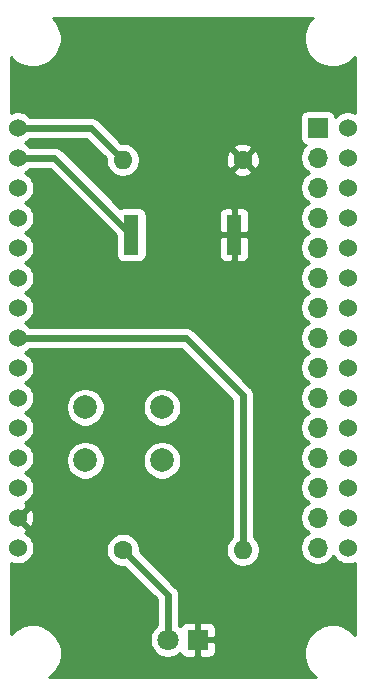
<source format=gbr>
%TF.GenerationSoftware,KiCad,Pcbnew,5.1.9*%
%TF.CreationDate,2021-03-28T18:49:31-04:00*%
%TF.ProjectId,easybutton,65617379-6275-4747-946f-6e2e6b696361,rev?*%
%TF.SameCoordinates,Original*%
%TF.FileFunction,Copper,L1,Top*%
%TF.FilePolarity,Positive*%
%FSLAX46Y46*%
G04 Gerber Fmt 4.6, Leading zero omitted, Abs format (unit mm)*
G04 Created by KiCad (PCBNEW 5.1.9) date 2021-03-28 18:49:31*
%MOMM*%
%LPD*%
G01*
G04 APERTURE LIST*
%TA.AperFunction,ComponentPad*%
%ADD10C,1.524000*%
%TD*%
%TA.AperFunction,ComponentPad*%
%ADD11O,1.700000X1.700000*%
%TD*%
%TA.AperFunction,ComponentPad*%
%ADD12R,1.700000X1.700000*%
%TD*%
%TA.AperFunction,ComponentPad*%
%ADD13R,1.800000X1.800000*%
%TD*%
%TA.AperFunction,ComponentPad*%
%ADD14C,1.800000*%
%TD*%
%TA.AperFunction,ComponentPad*%
%ADD15C,1.600000*%
%TD*%
%TA.AperFunction,ComponentPad*%
%ADD16O,1.600000X1.600000*%
%TD*%
%TA.AperFunction,ComponentPad*%
%ADD17C,2.000000*%
%TD*%
%TA.AperFunction,SMDPad,CuDef*%
%ADD18R,1.300000X3.400000*%
%TD*%
%TA.AperFunction,Conductor*%
%ADD19C,0.600000*%
%TD*%
%TA.AperFunction,Conductor*%
%ADD20C,0.254000*%
%TD*%
%TA.AperFunction,Conductor*%
%ADD21C,0.100000*%
%TD*%
G04 APERTURE END LIST*
D10*
%TO.P,U1,1*%
%TO.N,Net-(U1-Pad1)*%
X154940000Y-78581250D03*
%TO.P,U1,2*%
%TO.N,Net-(U1-Pad2)*%
X154940000Y-81121250D03*
%TO.P,U1,3*%
%TO.N,Net-(U1-Pad3)*%
X154940000Y-83661250D03*
%TO.P,U1,4*%
%TO.N,Net-(U1-Pad4)*%
X154940000Y-86201250D03*
%TO.P,U1,5*%
%TO.N,Net-(U1-Pad5)*%
X154940000Y-88741250D03*
%TO.P,U1,6*%
%TO.N,Net-(U1-Pad6)*%
X154940000Y-91281250D03*
%TO.P,U1,7*%
%TO.N,Net-(U1-Pad7)*%
X154940000Y-93821250D03*
%TO.P,U1,8*%
%TO.N,Net-(U1-Pad8)*%
X154940000Y-96361250D03*
%TO.P,U1,9*%
%TO.N,Net-(U1-Pad9)*%
X154940000Y-98901250D03*
%TO.P,U1,10*%
%TO.N,Net-(U1-Pad10)*%
X154940000Y-101441250D03*
%TO.P,U1,11*%
%TO.N,Net-(U1-Pad11)*%
X154940000Y-103981250D03*
%TO.P,U1,12*%
%TO.N,Net-(U1-Pad12)*%
X154940000Y-106521250D03*
%TO.P,U1,13*%
%TO.N,Net-(U1-Pad13)*%
X154940000Y-109061250D03*
%TO.P,U1,14*%
%TO.N,Net-(U1-Pad14)*%
X154940000Y-111601250D03*
%TO.P,U1,15*%
%TO.N,Net-(U1-Pad15)*%
X154940000Y-114141250D03*
%TO.P,U1,16*%
%TO.N,VCC*%
X127000000Y-114141250D03*
%TO.P,U1,17*%
%TO.N,GND*%
X127000000Y-111601250D03*
%TO.P,U1,18*%
%TO.N,Net-(U1-Pad18)*%
X127000000Y-109061250D03*
%TO.P,U1,19*%
%TO.N,Net-(U1-Pad19)*%
X127000000Y-106521250D03*
%TO.P,U1,20*%
%TO.N,Net-(U1-Pad20)*%
X127000000Y-103981250D03*
%TO.P,U1,21*%
%TO.N,Net-(U1-Pad21)*%
X127000000Y-101441250D03*
%TO.P,U1,22*%
%TO.N,Net-(U1-Pad22)*%
X127000000Y-98901250D03*
%TO.P,U1,23*%
%TO.N,LED*%
X127000000Y-96361250D03*
%TO.P,U1,24*%
%TO.N,Net-(U1-Pad24)*%
X127000000Y-93821250D03*
%TO.P,U1,25*%
%TO.N,Net-(U1-Pad25)*%
X127000000Y-91281250D03*
%TO.P,U1,26*%
%TO.N,Net-(U1-Pad26)*%
X127000000Y-88741250D03*
%TO.P,U1,27*%
%TO.N,Net-(U1-Pad27)*%
X127000000Y-86201250D03*
%TO.P,U1,28*%
%TO.N,Net-(U1-Pad28)*%
X127000000Y-83661250D03*
%TO.P,U1,29*%
%TO.N,Buzzer*%
X127000000Y-81121250D03*
%TO.P,U1,30*%
%TO.N,Button*%
X127000000Y-78581250D03*
%TD*%
D11*
%TO.P,REF\u002A\u002A,15*%
%TO.N,N/C*%
X152400000Y-114122200D03*
%TO.P,REF\u002A\u002A,14*%
X152400000Y-111582200D03*
%TO.P,REF\u002A\u002A,13*%
X152400000Y-109042200D03*
%TO.P,REF\u002A\u002A,12*%
X152400000Y-106502200D03*
%TO.P,REF\u002A\u002A,11*%
X152400000Y-103962200D03*
%TO.P,REF\u002A\u002A,10*%
X152400000Y-101422200D03*
%TO.P,REF\u002A\u002A,9*%
X152400000Y-98882200D03*
%TO.P,REF\u002A\u002A,8*%
X152400000Y-96342200D03*
%TO.P,REF\u002A\u002A,7*%
X152400000Y-93802200D03*
%TO.P,REF\u002A\u002A,6*%
X152400000Y-91262200D03*
%TO.P,REF\u002A\u002A,5*%
X152400000Y-88722200D03*
%TO.P,REF\u002A\u002A,4*%
X152400000Y-86182200D03*
%TO.P,REF\u002A\u002A,3*%
X152400000Y-83642200D03*
%TO.P,REF\u002A\u002A,2*%
X152400000Y-81102200D03*
D12*
%TO.P,REF\u002A\u002A,1*%
X152400000Y-78562200D03*
%TD*%
D13*
%TO.P,D1,1*%
%TO.N,GND*%
X142240000Y-121920000D03*
D14*
%TO.P,D1,2*%
%TO.N,Net-(D1-Pad2)*%
X139700000Y-121920000D03*
%TD*%
D15*
%TO.P,R1,1*%
%TO.N,GND*%
X146050000Y-81280000D03*
D16*
%TO.P,R1,2*%
%TO.N,Button*%
X135890000Y-81280000D03*
%TD*%
D17*
%TO.P,SW1,2*%
%TO.N,VCC*%
X132715000Y-106735000D03*
%TO.P,SW1,1*%
%TO.N,Button*%
X132715000Y-102235000D03*
%TO.P,SW1,2*%
%TO.N,VCC*%
X139215000Y-106735000D03*
%TO.P,SW1,1*%
%TO.N,Button*%
X139215000Y-102235000D03*
%TD*%
D18*
%TO.P,BZ1,1*%
%TO.N,Buzzer*%
X136620000Y-87630000D03*
%TO.P,BZ1,2*%
%TO.N,GND*%
X145320000Y-87630000D03*
%TD*%
D15*
%TO.P,R2,1*%
%TO.N,Net-(D1-Pad2)*%
X135890000Y-114300000D03*
D16*
%TO.P,R2,2*%
%TO.N,LED*%
X146050000Y-114300000D03*
%TD*%
D19*
%TO.N,Buzzer*%
X130111250Y-81121250D02*
X136620000Y-87630000D01*
X127000000Y-81121250D02*
X130111250Y-81121250D01*
%TO.N,LED*%
X146050000Y-114300000D02*
X146050000Y-101193600D01*
X141217650Y-96361250D02*
X127000000Y-96361250D01*
X146050000Y-101193600D02*
X141217650Y-96361250D01*
%TO.N,Button*%
X133191250Y-78581250D02*
X135890000Y-81280000D01*
X127000000Y-78581250D02*
X133191250Y-78581250D01*
%TO.N,Net-(D1-Pad2)*%
X139700000Y-118110000D02*
X135890000Y-114300000D01*
X139700000Y-121920000D02*
X139700000Y-118110000D01*
%TD*%
D20*
%TO.N,GND*%
X151769940Y-69433661D02*
X151502238Y-69834307D01*
X151317841Y-70279480D01*
X151223836Y-70752074D01*
X151223836Y-71233926D01*
X151317841Y-71706520D01*
X151502238Y-72151693D01*
X151769940Y-72552339D01*
X152110661Y-72893060D01*
X152511307Y-73160762D01*
X152956480Y-73345159D01*
X153429074Y-73439164D01*
X153910926Y-73439164D01*
X154383520Y-73345159D01*
X154828693Y-73160762D01*
X155229339Y-72893060D01*
X155550000Y-72572399D01*
X155550000Y-77321819D01*
X155347490Y-77237936D01*
X155077592Y-77184250D01*
X154802408Y-77184250D01*
X154532510Y-77237936D01*
X154278273Y-77343245D01*
X154049465Y-77496130D01*
X153883170Y-77662425D01*
X153875812Y-77587718D01*
X153839502Y-77468020D01*
X153780537Y-77357706D01*
X153701185Y-77261015D01*
X153604494Y-77181663D01*
X153494180Y-77122698D01*
X153374482Y-77086388D01*
X153250000Y-77074128D01*
X151550000Y-77074128D01*
X151425518Y-77086388D01*
X151305820Y-77122698D01*
X151195506Y-77181663D01*
X151098815Y-77261015D01*
X151019463Y-77357706D01*
X150960498Y-77468020D01*
X150924188Y-77587718D01*
X150911928Y-77712200D01*
X150911928Y-79412200D01*
X150924188Y-79536682D01*
X150960498Y-79656380D01*
X151019463Y-79766694D01*
X151098815Y-79863385D01*
X151195506Y-79942737D01*
X151305820Y-80001702D01*
X151378380Y-80023713D01*
X151246525Y-80155568D01*
X151084010Y-80398789D01*
X150972068Y-80669042D01*
X150915000Y-80955940D01*
X150915000Y-81248460D01*
X150972068Y-81535358D01*
X151084010Y-81805611D01*
X151246525Y-82048832D01*
X151453368Y-82255675D01*
X151627760Y-82372200D01*
X151453368Y-82488725D01*
X151246525Y-82695568D01*
X151084010Y-82938789D01*
X150972068Y-83209042D01*
X150915000Y-83495940D01*
X150915000Y-83788460D01*
X150972068Y-84075358D01*
X151084010Y-84345611D01*
X151246525Y-84588832D01*
X151453368Y-84795675D01*
X151627760Y-84912200D01*
X151453368Y-85028725D01*
X151246525Y-85235568D01*
X151084010Y-85478789D01*
X150972068Y-85749042D01*
X150915000Y-86035940D01*
X150915000Y-86328460D01*
X150972068Y-86615358D01*
X151084010Y-86885611D01*
X151246525Y-87128832D01*
X151453368Y-87335675D01*
X151627760Y-87452200D01*
X151453368Y-87568725D01*
X151246525Y-87775568D01*
X151084010Y-88018789D01*
X150972068Y-88289042D01*
X150915000Y-88575940D01*
X150915000Y-88868460D01*
X150972068Y-89155358D01*
X151084010Y-89425611D01*
X151246525Y-89668832D01*
X151453368Y-89875675D01*
X151627760Y-89992200D01*
X151453368Y-90108725D01*
X151246525Y-90315568D01*
X151084010Y-90558789D01*
X150972068Y-90829042D01*
X150915000Y-91115940D01*
X150915000Y-91408460D01*
X150972068Y-91695358D01*
X151084010Y-91965611D01*
X151246525Y-92208832D01*
X151453368Y-92415675D01*
X151627760Y-92532200D01*
X151453368Y-92648725D01*
X151246525Y-92855568D01*
X151084010Y-93098789D01*
X150972068Y-93369042D01*
X150915000Y-93655940D01*
X150915000Y-93948460D01*
X150972068Y-94235358D01*
X151084010Y-94505611D01*
X151246525Y-94748832D01*
X151453368Y-94955675D01*
X151627760Y-95072200D01*
X151453368Y-95188725D01*
X151246525Y-95395568D01*
X151084010Y-95638789D01*
X150972068Y-95909042D01*
X150915000Y-96195940D01*
X150915000Y-96488460D01*
X150972068Y-96775358D01*
X151084010Y-97045611D01*
X151246525Y-97288832D01*
X151453368Y-97495675D01*
X151627760Y-97612200D01*
X151453368Y-97728725D01*
X151246525Y-97935568D01*
X151084010Y-98178789D01*
X150972068Y-98449042D01*
X150915000Y-98735940D01*
X150915000Y-99028460D01*
X150972068Y-99315358D01*
X151084010Y-99585611D01*
X151246525Y-99828832D01*
X151453368Y-100035675D01*
X151627760Y-100152200D01*
X151453368Y-100268725D01*
X151246525Y-100475568D01*
X151084010Y-100718789D01*
X150972068Y-100989042D01*
X150915000Y-101275940D01*
X150915000Y-101568460D01*
X150972068Y-101855358D01*
X151084010Y-102125611D01*
X151246525Y-102368832D01*
X151453368Y-102575675D01*
X151627760Y-102692200D01*
X151453368Y-102808725D01*
X151246525Y-103015568D01*
X151084010Y-103258789D01*
X150972068Y-103529042D01*
X150915000Y-103815940D01*
X150915000Y-104108460D01*
X150972068Y-104395358D01*
X151084010Y-104665611D01*
X151246525Y-104908832D01*
X151453368Y-105115675D01*
X151627760Y-105232200D01*
X151453368Y-105348725D01*
X151246525Y-105555568D01*
X151084010Y-105798789D01*
X150972068Y-106069042D01*
X150915000Y-106355940D01*
X150915000Y-106648460D01*
X150972068Y-106935358D01*
X151084010Y-107205611D01*
X151246525Y-107448832D01*
X151453368Y-107655675D01*
X151627760Y-107772200D01*
X151453368Y-107888725D01*
X151246525Y-108095568D01*
X151084010Y-108338789D01*
X150972068Y-108609042D01*
X150915000Y-108895940D01*
X150915000Y-109188460D01*
X150972068Y-109475358D01*
X151084010Y-109745611D01*
X151246525Y-109988832D01*
X151453368Y-110195675D01*
X151627760Y-110312200D01*
X151453368Y-110428725D01*
X151246525Y-110635568D01*
X151084010Y-110878789D01*
X150972068Y-111149042D01*
X150915000Y-111435940D01*
X150915000Y-111728460D01*
X150972068Y-112015358D01*
X151084010Y-112285611D01*
X151246525Y-112528832D01*
X151453368Y-112735675D01*
X151627760Y-112852200D01*
X151453368Y-112968725D01*
X151246525Y-113175568D01*
X151084010Y-113418789D01*
X150972068Y-113689042D01*
X150915000Y-113975940D01*
X150915000Y-114268460D01*
X150972068Y-114555358D01*
X151084010Y-114825611D01*
X151246525Y-115068832D01*
X151453368Y-115275675D01*
X151696589Y-115438190D01*
X151966842Y-115550132D01*
X152253740Y-115607200D01*
X152546260Y-115607200D01*
X152833158Y-115550132D01*
X153103411Y-115438190D01*
X153346632Y-115275675D01*
X153553475Y-115068832D01*
X153715990Y-114825611D01*
X153716422Y-114824568D01*
X153854880Y-115031785D01*
X154049465Y-115226370D01*
X154278273Y-115379255D01*
X154532510Y-115484564D01*
X154802408Y-115538250D01*
X155077592Y-115538250D01*
X155347490Y-115484564D01*
X155550001Y-115400681D01*
X155550001Y-121483602D01*
X155229339Y-121162940D01*
X154828693Y-120895238D01*
X154383520Y-120710841D01*
X153910926Y-120616836D01*
X153429074Y-120616836D01*
X152956480Y-120710841D01*
X152511307Y-120895238D01*
X152110661Y-121162940D01*
X151769940Y-121503661D01*
X151502238Y-121904307D01*
X151317841Y-122349480D01*
X151223836Y-122822074D01*
X151223836Y-123303926D01*
X151317841Y-123776520D01*
X151502238Y-124221693D01*
X151769940Y-124622339D01*
X152110661Y-124963060D01*
X152270709Y-125070000D01*
X129677405Y-125070000D01*
X129832212Y-124966561D01*
X130173561Y-124625212D01*
X130441758Y-124223829D01*
X130626494Y-123777835D01*
X130720672Y-123304370D01*
X130720672Y-122821630D01*
X130626494Y-122348165D01*
X130441758Y-121902171D01*
X130173561Y-121500788D01*
X129832212Y-121159439D01*
X129430829Y-120891242D01*
X128984835Y-120706506D01*
X128511370Y-120612328D01*
X128028630Y-120612328D01*
X127555165Y-120706506D01*
X127109171Y-120891242D01*
X126707788Y-121159439D01*
X126390000Y-121477227D01*
X126390000Y-115400681D01*
X126592510Y-115484564D01*
X126862408Y-115538250D01*
X127137592Y-115538250D01*
X127407490Y-115484564D01*
X127661727Y-115379255D01*
X127890535Y-115226370D01*
X128085120Y-115031785D01*
X128238005Y-114802977D01*
X128343314Y-114548740D01*
X128397000Y-114278842D01*
X128397000Y-114158665D01*
X134455000Y-114158665D01*
X134455000Y-114441335D01*
X134510147Y-114718574D01*
X134618320Y-114979727D01*
X134775363Y-115214759D01*
X134975241Y-115414637D01*
X135210273Y-115571680D01*
X135471426Y-115679853D01*
X135748665Y-115735000D01*
X136002711Y-115735000D01*
X138765001Y-118497290D01*
X138765000Y-120698619D01*
X138721495Y-120727688D01*
X138507688Y-120941495D01*
X138339701Y-121192905D01*
X138223989Y-121472257D01*
X138165000Y-121768816D01*
X138165000Y-122071184D01*
X138223989Y-122367743D01*
X138339701Y-122647095D01*
X138507688Y-122898505D01*
X138721495Y-123112312D01*
X138972905Y-123280299D01*
X139252257Y-123396011D01*
X139548816Y-123455000D01*
X139851184Y-123455000D01*
X140147743Y-123396011D01*
X140427095Y-123280299D01*
X140678505Y-123112312D01*
X140744944Y-123045873D01*
X140750498Y-123064180D01*
X140809463Y-123174494D01*
X140888815Y-123271185D01*
X140985506Y-123350537D01*
X141095820Y-123409502D01*
X141215518Y-123445812D01*
X141340000Y-123458072D01*
X141954250Y-123455000D01*
X142113000Y-123296250D01*
X142113000Y-122047000D01*
X142367000Y-122047000D01*
X142367000Y-123296250D01*
X142525750Y-123455000D01*
X143140000Y-123458072D01*
X143264482Y-123445812D01*
X143384180Y-123409502D01*
X143494494Y-123350537D01*
X143591185Y-123271185D01*
X143670537Y-123174494D01*
X143729502Y-123064180D01*
X143765812Y-122944482D01*
X143778072Y-122820000D01*
X143775000Y-122205750D01*
X143616250Y-122047000D01*
X142367000Y-122047000D01*
X142113000Y-122047000D01*
X142093000Y-122047000D01*
X142093000Y-121793000D01*
X142113000Y-121793000D01*
X142113000Y-120543750D01*
X142367000Y-120543750D01*
X142367000Y-121793000D01*
X143616250Y-121793000D01*
X143775000Y-121634250D01*
X143778072Y-121020000D01*
X143765812Y-120895518D01*
X143729502Y-120775820D01*
X143670537Y-120665506D01*
X143591185Y-120568815D01*
X143494494Y-120489463D01*
X143384180Y-120430498D01*
X143264482Y-120394188D01*
X143140000Y-120381928D01*
X142525750Y-120385000D01*
X142367000Y-120543750D01*
X142113000Y-120543750D01*
X141954250Y-120385000D01*
X141340000Y-120381928D01*
X141215518Y-120394188D01*
X141095820Y-120430498D01*
X140985506Y-120489463D01*
X140888815Y-120568815D01*
X140809463Y-120665506D01*
X140750498Y-120775820D01*
X140744944Y-120794127D01*
X140678505Y-120727688D01*
X140635000Y-120698619D01*
X140635000Y-118155935D01*
X140639524Y-118110000D01*
X140621472Y-117926708D01*
X140568007Y-117750459D01*
X140537765Y-117693880D01*
X140481186Y-117588028D01*
X140364344Y-117445656D01*
X140328659Y-117416370D01*
X137325000Y-114412711D01*
X137325000Y-114158665D01*
X137269853Y-113881426D01*
X137161680Y-113620273D01*
X137004637Y-113385241D01*
X136804759Y-113185363D01*
X136569727Y-113028320D01*
X136308574Y-112920147D01*
X136031335Y-112865000D01*
X135748665Y-112865000D01*
X135471426Y-112920147D01*
X135210273Y-113028320D01*
X134975241Y-113185363D01*
X134775363Y-113385241D01*
X134618320Y-113620273D01*
X134510147Y-113881426D01*
X134455000Y-114158665D01*
X128397000Y-114158665D01*
X128397000Y-114003658D01*
X128343314Y-113733760D01*
X128238005Y-113479523D01*
X128085120Y-113250715D01*
X127890535Y-113056130D01*
X127661727Y-112903245D01*
X127590057Y-112873558D01*
X127603023Y-112868886D01*
X127718980Y-112806906D01*
X127785960Y-112566815D01*
X127000000Y-111780855D01*
X126985858Y-111794998D01*
X126806253Y-111615393D01*
X126820395Y-111601250D01*
X127179605Y-111601250D01*
X127965565Y-112387210D01*
X128205656Y-112320230D01*
X128322756Y-112071202D01*
X128389023Y-111804115D01*
X128401910Y-111529233D01*
X128360922Y-111257117D01*
X128267636Y-110998227D01*
X128205656Y-110882270D01*
X127965565Y-110815290D01*
X127179605Y-111601250D01*
X126820395Y-111601250D01*
X126806253Y-111587108D01*
X126985858Y-111407503D01*
X127000000Y-111421645D01*
X127785960Y-110635685D01*
X127718980Y-110395594D01*
X127583240Y-110331765D01*
X127661727Y-110299255D01*
X127890535Y-110146370D01*
X128085120Y-109951785D01*
X128238005Y-109722977D01*
X128343314Y-109468740D01*
X128397000Y-109198842D01*
X128397000Y-108923658D01*
X128343314Y-108653760D01*
X128238005Y-108399523D01*
X128085120Y-108170715D01*
X127890535Y-107976130D01*
X127661727Y-107823245D01*
X127584485Y-107791250D01*
X127661727Y-107759255D01*
X127890535Y-107606370D01*
X128085120Y-107411785D01*
X128238005Y-107182977D01*
X128343314Y-106928740D01*
X128397000Y-106658842D01*
X128397000Y-106573967D01*
X131080000Y-106573967D01*
X131080000Y-106896033D01*
X131142832Y-107211912D01*
X131266082Y-107509463D01*
X131445013Y-107777252D01*
X131672748Y-108004987D01*
X131940537Y-108183918D01*
X132238088Y-108307168D01*
X132553967Y-108370000D01*
X132876033Y-108370000D01*
X133191912Y-108307168D01*
X133489463Y-108183918D01*
X133757252Y-108004987D01*
X133984987Y-107777252D01*
X134163918Y-107509463D01*
X134287168Y-107211912D01*
X134350000Y-106896033D01*
X134350000Y-106573967D01*
X137580000Y-106573967D01*
X137580000Y-106896033D01*
X137642832Y-107211912D01*
X137766082Y-107509463D01*
X137945013Y-107777252D01*
X138172748Y-108004987D01*
X138440537Y-108183918D01*
X138738088Y-108307168D01*
X139053967Y-108370000D01*
X139376033Y-108370000D01*
X139691912Y-108307168D01*
X139989463Y-108183918D01*
X140257252Y-108004987D01*
X140484987Y-107777252D01*
X140663918Y-107509463D01*
X140787168Y-107211912D01*
X140850000Y-106896033D01*
X140850000Y-106573967D01*
X140787168Y-106258088D01*
X140663918Y-105960537D01*
X140484987Y-105692748D01*
X140257252Y-105465013D01*
X139989463Y-105286082D01*
X139691912Y-105162832D01*
X139376033Y-105100000D01*
X139053967Y-105100000D01*
X138738088Y-105162832D01*
X138440537Y-105286082D01*
X138172748Y-105465013D01*
X137945013Y-105692748D01*
X137766082Y-105960537D01*
X137642832Y-106258088D01*
X137580000Y-106573967D01*
X134350000Y-106573967D01*
X134287168Y-106258088D01*
X134163918Y-105960537D01*
X133984987Y-105692748D01*
X133757252Y-105465013D01*
X133489463Y-105286082D01*
X133191912Y-105162832D01*
X132876033Y-105100000D01*
X132553967Y-105100000D01*
X132238088Y-105162832D01*
X131940537Y-105286082D01*
X131672748Y-105465013D01*
X131445013Y-105692748D01*
X131266082Y-105960537D01*
X131142832Y-106258088D01*
X131080000Y-106573967D01*
X128397000Y-106573967D01*
X128397000Y-106383658D01*
X128343314Y-106113760D01*
X128238005Y-105859523D01*
X128085120Y-105630715D01*
X127890535Y-105436130D01*
X127661727Y-105283245D01*
X127584485Y-105251250D01*
X127661727Y-105219255D01*
X127890535Y-105066370D01*
X128085120Y-104871785D01*
X128238005Y-104642977D01*
X128343314Y-104388740D01*
X128397000Y-104118842D01*
X128397000Y-103843658D01*
X128343314Y-103573760D01*
X128238005Y-103319523D01*
X128085120Y-103090715D01*
X127890535Y-102896130D01*
X127661727Y-102743245D01*
X127584485Y-102711250D01*
X127661727Y-102679255D01*
X127890535Y-102526370D01*
X128085120Y-102331785D01*
X128238005Y-102102977D01*
X128250021Y-102073967D01*
X131080000Y-102073967D01*
X131080000Y-102396033D01*
X131142832Y-102711912D01*
X131266082Y-103009463D01*
X131445013Y-103277252D01*
X131672748Y-103504987D01*
X131940537Y-103683918D01*
X132238088Y-103807168D01*
X132553967Y-103870000D01*
X132876033Y-103870000D01*
X133191912Y-103807168D01*
X133489463Y-103683918D01*
X133757252Y-103504987D01*
X133984987Y-103277252D01*
X134163918Y-103009463D01*
X134287168Y-102711912D01*
X134350000Y-102396033D01*
X134350000Y-102073967D01*
X137580000Y-102073967D01*
X137580000Y-102396033D01*
X137642832Y-102711912D01*
X137766082Y-103009463D01*
X137945013Y-103277252D01*
X138172748Y-103504987D01*
X138440537Y-103683918D01*
X138738088Y-103807168D01*
X139053967Y-103870000D01*
X139376033Y-103870000D01*
X139691912Y-103807168D01*
X139989463Y-103683918D01*
X140257252Y-103504987D01*
X140484987Y-103277252D01*
X140663918Y-103009463D01*
X140787168Y-102711912D01*
X140850000Y-102396033D01*
X140850000Y-102073967D01*
X140787168Y-101758088D01*
X140663918Y-101460537D01*
X140484987Y-101192748D01*
X140257252Y-100965013D01*
X139989463Y-100786082D01*
X139691912Y-100662832D01*
X139376033Y-100600000D01*
X139053967Y-100600000D01*
X138738088Y-100662832D01*
X138440537Y-100786082D01*
X138172748Y-100965013D01*
X137945013Y-101192748D01*
X137766082Y-101460537D01*
X137642832Y-101758088D01*
X137580000Y-102073967D01*
X134350000Y-102073967D01*
X134287168Y-101758088D01*
X134163918Y-101460537D01*
X133984987Y-101192748D01*
X133757252Y-100965013D01*
X133489463Y-100786082D01*
X133191912Y-100662832D01*
X132876033Y-100600000D01*
X132553967Y-100600000D01*
X132238088Y-100662832D01*
X131940537Y-100786082D01*
X131672748Y-100965013D01*
X131445013Y-101192748D01*
X131266082Y-101460537D01*
X131142832Y-101758088D01*
X131080000Y-102073967D01*
X128250021Y-102073967D01*
X128343314Y-101848740D01*
X128397000Y-101578842D01*
X128397000Y-101303658D01*
X128343314Y-101033760D01*
X128238005Y-100779523D01*
X128085120Y-100550715D01*
X127890535Y-100356130D01*
X127661727Y-100203245D01*
X127584485Y-100171250D01*
X127661727Y-100139255D01*
X127890535Y-99986370D01*
X128085120Y-99791785D01*
X128238005Y-99562977D01*
X128343314Y-99308740D01*
X128397000Y-99038842D01*
X128397000Y-98763658D01*
X128343314Y-98493760D01*
X128238005Y-98239523D01*
X128085120Y-98010715D01*
X127890535Y-97816130D01*
X127661727Y-97663245D01*
X127584485Y-97631250D01*
X127661727Y-97599255D01*
X127890535Y-97446370D01*
X128040655Y-97296250D01*
X140830361Y-97296250D01*
X145115001Y-101580890D01*
X145115000Y-113205604D01*
X144935363Y-113385241D01*
X144778320Y-113620273D01*
X144670147Y-113881426D01*
X144615000Y-114158665D01*
X144615000Y-114441335D01*
X144670147Y-114718574D01*
X144778320Y-114979727D01*
X144935363Y-115214759D01*
X145135241Y-115414637D01*
X145370273Y-115571680D01*
X145631426Y-115679853D01*
X145908665Y-115735000D01*
X146191335Y-115735000D01*
X146468574Y-115679853D01*
X146729727Y-115571680D01*
X146964759Y-115414637D01*
X147164637Y-115214759D01*
X147321680Y-114979727D01*
X147429853Y-114718574D01*
X147485000Y-114441335D01*
X147485000Y-114158665D01*
X147429853Y-113881426D01*
X147321680Y-113620273D01*
X147164637Y-113385241D01*
X146985000Y-113205604D01*
X146985000Y-101239532D01*
X146989524Y-101193600D01*
X146971471Y-101010308D01*
X146957731Y-100965013D01*
X146918007Y-100834060D01*
X146831186Y-100671628D01*
X146714344Y-100529256D01*
X146678659Y-100499970D01*
X141911280Y-95732591D01*
X141881994Y-95696906D01*
X141739622Y-95580064D01*
X141577190Y-95493243D01*
X141400942Y-95439779D01*
X141263582Y-95426250D01*
X141217650Y-95421726D01*
X141171718Y-95426250D01*
X128040655Y-95426250D01*
X127890535Y-95276130D01*
X127661727Y-95123245D01*
X127584485Y-95091250D01*
X127661727Y-95059255D01*
X127890535Y-94906370D01*
X128085120Y-94711785D01*
X128238005Y-94482977D01*
X128343314Y-94228740D01*
X128397000Y-93958842D01*
X128397000Y-93683658D01*
X128343314Y-93413760D01*
X128238005Y-93159523D01*
X128085120Y-92930715D01*
X127890535Y-92736130D01*
X127661727Y-92583245D01*
X127584485Y-92551250D01*
X127661727Y-92519255D01*
X127890535Y-92366370D01*
X128085120Y-92171785D01*
X128238005Y-91942977D01*
X128343314Y-91688740D01*
X128397000Y-91418842D01*
X128397000Y-91143658D01*
X128343314Y-90873760D01*
X128238005Y-90619523D01*
X128085120Y-90390715D01*
X127890535Y-90196130D01*
X127661727Y-90043245D01*
X127584485Y-90011250D01*
X127661727Y-89979255D01*
X127890535Y-89826370D01*
X128085120Y-89631785D01*
X128238005Y-89402977D01*
X128343314Y-89148740D01*
X128397000Y-88878842D01*
X128397000Y-88603658D01*
X128343314Y-88333760D01*
X128238005Y-88079523D01*
X128085120Y-87850715D01*
X127890535Y-87656130D01*
X127661727Y-87503245D01*
X127584485Y-87471250D01*
X127661727Y-87439255D01*
X127890535Y-87286370D01*
X128085120Y-87091785D01*
X128238005Y-86862977D01*
X128343314Y-86608740D01*
X128397000Y-86338842D01*
X128397000Y-86063658D01*
X128343314Y-85793760D01*
X128238005Y-85539523D01*
X128085120Y-85310715D01*
X127890535Y-85116130D01*
X127661727Y-84963245D01*
X127584485Y-84931250D01*
X127661727Y-84899255D01*
X127890535Y-84746370D01*
X128085120Y-84551785D01*
X128238005Y-84322977D01*
X128343314Y-84068740D01*
X128397000Y-83798842D01*
X128397000Y-83523658D01*
X128343314Y-83253760D01*
X128238005Y-82999523D01*
X128085120Y-82770715D01*
X127890535Y-82576130D01*
X127661727Y-82423245D01*
X127584485Y-82391250D01*
X127661727Y-82359255D01*
X127890535Y-82206370D01*
X128040655Y-82056250D01*
X129723961Y-82056250D01*
X135331928Y-87664218D01*
X135331928Y-89330000D01*
X135344188Y-89454482D01*
X135380498Y-89574180D01*
X135439463Y-89684494D01*
X135518815Y-89781185D01*
X135615506Y-89860537D01*
X135725820Y-89919502D01*
X135845518Y-89955812D01*
X135970000Y-89968072D01*
X137270000Y-89968072D01*
X137394482Y-89955812D01*
X137514180Y-89919502D01*
X137624494Y-89860537D01*
X137721185Y-89781185D01*
X137800537Y-89684494D01*
X137859502Y-89574180D01*
X137895812Y-89454482D01*
X137908072Y-89330000D01*
X144031928Y-89330000D01*
X144044188Y-89454482D01*
X144080498Y-89574180D01*
X144139463Y-89684494D01*
X144218815Y-89781185D01*
X144315506Y-89860537D01*
X144425820Y-89919502D01*
X144545518Y-89955812D01*
X144670000Y-89968072D01*
X145034250Y-89965000D01*
X145193000Y-89806250D01*
X145193000Y-87757000D01*
X145447000Y-87757000D01*
X145447000Y-89806250D01*
X145605750Y-89965000D01*
X145970000Y-89968072D01*
X146094482Y-89955812D01*
X146214180Y-89919502D01*
X146324494Y-89860537D01*
X146421185Y-89781185D01*
X146500537Y-89684494D01*
X146559502Y-89574180D01*
X146595812Y-89454482D01*
X146608072Y-89330000D01*
X146605000Y-87915750D01*
X146446250Y-87757000D01*
X145447000Y-87757000D01*
X145193000Y-87757000D01*
X144193750Y-87757000D01*
X144035000Y-87915750D01*
X144031928Y-89330000D01*
X137908072Y-89330000D01*
X137908072Y-85930000D01*
X144031928Y-85930000D01*
X144035000Y-87344250D01*
X144193750Y-87503000D01*
X145193000Y-87503000D01*
X145193000Y-85453750D01*
X145447000Y-85453750D01*
X145447000Y-87503000D01*
X146446250Y-87503000D01*
X146605000Y-87344250D01*
X146608072Y-85930000D01*
X146595812Y-85805518D01*
X146559502Y-85685820D01*
X146500537Y-85575506D01*
X146421185Y-85478815D01*
X146324494Y-85399463D01*
X146214180Y-85340498D01*
X146094482Y-85304188D01*
X145970000Y-85291928D01*
X145605750Y-85295000D01*
X145447000Y-85453750D01*
X145193000Y-85453750D01*
X145034250Y-85295000D01*
X144670000Y-85291928D01*
X144545518Y-85304188D01*
X144425820Y-85340498D01*
X144315506Y-85399463D01*
X144218815Y-85478815D01*
X144139463Y-85575506D01*
X144080498Y-85685820D01*
X144044188Y-85805518D01*
X144031928Y-85930000D01*
X137908072Y-85930000D01*
X137895812Y-85805518D01*
X137859502Y-85685820D01*
X137800537Y-85575506D01*
X137721185Y-85478815D01*
X137624494Y-85399463D01*
X137514180Y-85340498D01*
X137394482Y-85304188D01*
X137270000Y-85291928D01*
X135970000Y-85291928D01*
X135845518Y-85304188D01*
X135725820Y-85340498D01*
X135678227Y-85365937D01*
X130804880Y-80492591D01*
X130775594Y-80456906D01*
X130633222Y-80340064D01*
X130470790Y-80253243D01*
X130294542Y-80199779D01*
X130157182Y-80186250D01*
X130111250Y-80181726D01*
X130065318Y-80186250D01*
X128040655Y-80186250D01*
X127890535Y-80036130D01*
X127661727Y-79883245D01*
X127584485Y-79851250D01*
X127661727Y-79819255D01*
X127890535Y-79666370D01*
X128040655Y-79516250D01*
X132803961Y-79516250D01*
X134455000Y-81167289D01*
X134455000Y-81421335D01*
X134510147Y-81698574D01*
X134618320Y-81959727D01*
X134775363Y-82194759D01*
X134975241Y-82394637D01*
X135210273Y-82551680D01*
X135471426Y-82659853D01*
X135748665Y-82715000D01*
X136031335Y-82715000D01*
X136308574Y-82659853D01*
X136569727Y-82551680D01*
X136804759Y-82394637D01*
X136926694Y-82272702D01*
X145236903Y-82272702D01*
X145308486Y-82516671D01*
X145563996Y-82637571D01*
X145838184Y-82706300D01*
X146120512Y-82720217D01*
X146400130Y-82678787D01*
X146666292Y-82583603D01*
X146791514Y-82516671D01*
X146863097Y-82272702D01*
X146050000Y-81459605D01*
X145236903Y-82272702D01*
X136926694Y-82272702D01*
X137004637Y-82194759D01*
X137161680Y-81959727D01*
X137269853Y-81698574D01*
X137325000Y-81421335D01*
X137325000Y-81350512D01*
X144609783Y-81350512D01*
X144651213Y-81630130D01*
X144746397Y-81896292D01*
X144813329Y-82021514D01*
X145057298Y-82093097D01*
X145870395Y-81280000D01*
X146229605Y-81280000D01*
X147042702Y-82093097D01*
X147286671Y-82021514D01*
X147407571Y-81766004D01*
X147476300Y-81491816D01*
X147490217Y-81209488D01*
X147448787Y-80929870D01*
X147353603Y-80663708D01*
X147286671Y-80538486D01*
X147042702Y-80466903D01*
X146229605Y-81280000D01*
X145870395Y-81280000D01*
X145057298Y-80466903D01*
X144813329Y-80538486D01*
X144692429Y-80793996D01*
X144623700Y-81068184D01*
X144609783Y-81350512D01*
X137325000Y-81350512D01*
X137325000Y-81138665D01*
X137269853Y-80861426D01*
X137161680Y-80600273D01*
X137004637Y-80365241D01*
X136926694Y-80287298D01*
X145236903Y-80287298D01*
X146050000Y-81100395D01*
X146863097Y-80287298D01*
X146791514Y-80043329D01*
X146536004Y-79922429D01*
X146261816Y-79853700D01*
X145979488Y-79839783D01*
X145699870Y-79881213D01*
X145433708Y-79976397D01*
X145308486Y-80043329D01*
X145236903Y-80287298D01*
X136926694Y-80287298D01*
X136804759Y-80165363D01*
X136569727Y-80008320D01*
X136308574Y-79900147D01*
X136031335Y-79845000D01*
X135777289Y-79845000D01*
X133884880Y-77952591D01*
X133855594Y-77916906D01*
X133713222Y-77800064D01*
X133550790Y-77713243D01*
X133374542Y-77659779D01*
X133237182Y-77646250D01*
X133191250Y-77641726D01*
X133145318Y-77646250D01*
X128040655Y-77646250D01*
X127890535Y-77496130D01*
X127661727Y-77343245D01*
X127407490Y-77237936D01*
X127137592Y-77184250D01*
X126862408Y-77184250D01*
X126592510Y-77237936D01*
X126390000Y-77321819D01*
X126390000Y-72572399D01*
X126710661Y-72893060D01*
X127111307Y-73160762D01*
X127556480Y-73345159D01*
X128029074Y-73439164D01*
X128510926Y-73439164D01*
X128983520Y-73345159D01*
X129428693Y-73160762D01*
X129829339Y-72893060D01*
X130170060Y-72552339D01*
X130437762Y-72151693D01*
X130622159Y-71706520D01*
X130716164Y-71233926D01*
X130716164Y-70752074D01*
X130622159Y-70279480D01*
X130437762Y-69834307D01*
X130170060Y-69433661D01*
X129976399Y-69240000D01*
X151963601Y-69240000D01*
X151769940Y-69433661D01*
%TA.AperFunction,Conductor*%
D21*
G36*
X151769940Y-69433661D02*
G01*
X151502238Y-69834307D01*
X151317841Y-70279480D01*
X151223836Y-70752074D01*
X151223836Y-71233926D01*
X151317841Y-71706520D01*
X151502238Y-72151693D01*
X151769940Y-72552339D01*
X152110661Y-72893060D01*
X152511307Y-73160762D01*
X152956480Y-73345159D01*
X153429074Y-73439164D01*
X153910926Y-73439164D01*
X154383520Y-73345159D01*
X154828693Y-73160762D01*
X155229339Y-72893060D01*
X155550000Y-72572399D01*
X155550000Y-77321819D01*
X155347490Y-77237936D01*
X155077592Y-77184250D01*
X154802408Y-77184250D01*
X154532510Y-77237936D01*
X154278273Y-77343245D01*
X154049465Y-77496130D01*
X153883170Y-77662425D01*
X153875812Y-77587718D01*
X153839502Y-77468020D01*
X153780537Y-77357706D01*
X153701185Y-77261015D01*
X153604494Y-77181663D01*
X153494180Y-77122698D01*
X153374482Y-77086388D01*
X153250000Y-77074128D01*
X151550000Y-77074128D01*
X151425518Y-77086388D01*
X151305820Y-77122698D01*
X151195506Y-77181663D01*
X151098815Y-77261015D01*
X151019463Y-77357706D01*
X150960498Y-77468020D01*
X150924188Y-77587718D01*
X150911928Y-77712200D01*
X150911928Y-79412200D01*
X150924188Y-79536682D01*
X150960498Y-79656380D01*
X151019463Y-79766694D01*
X151098815Y-79863385D01*
X151195506Y-79942737D01*
X151305820Y-80001702D01*
X151378380Y-80023713D01*
X151246525Y-80155568D01*
X151084010Y-80398789D01*
X150972068Y-80669042D01*
X150915000Y-80955940D01*
X150915000Y-81248460D01*
X150972068Y-81535358D01*
X151084010Y-81805611D01*
X151246525Y-82048832D01*
X151453368Y-82255675D01*
X151627760Y-82372200D01*
X151453368Y-82488725D01*
X151246525Y-82695568D01*
X151084010Y-82938789D01*
X150972068Y-83209042D01*
X150915000Y-83495940D01*
X150915000Y-83788460D01*
X150972068Y-84075358D01*
X151084010Y-84345611D01*
X151246525Y-84588832D01*
X151453368Y-84795675D01*
X151627760Y-84912200D01*
X151453368Y-85028725D01*
X151246525Y-85235568D01*
X151084010Y-85478789D01*
X150972068Y-85749042D01*
X150915000Y-86035940D01*
X150915000Y-86328460D01*
X150972068Y-86615358D01*
X151084010Y-86885611D01*
X151246525Y-87128832D01*
X151453368Y-87335675D01*
X151627760Y-87452200D01*
X151453368Y-87568725D01*
X151246525Y-87775568D01*
X151084010Y-88018789D01*
X150972068Y-88289042D01*
X150915000Y-88575940D01*
X150915000Y-88868460D01*
X150972068Y-89155358D01*
X151084010Y-89425611D01*
X151246525Y-89668832D01*
X151453368Y-89875675D01*
X151627760Y-89992200D01*
X151453368Y-90108725D01*
X151246525Y-90315568D01*
X151084010Y-90558789D01*
X150972068Y-90829042D01*
X150915000Y-91115940D01*
X150915000Y-91408460D01*
X150972068Y-91695358D01*
X151084010Y-91965611D01*
X151246525Y-92208832D01*
X151453368Y-92415675D01*
X151627760Y-92532200D01*
X151453368Y-92648725D01*
X151246525Y-92855568D01*
X151084010Y-93098789D01*
X150972068Y-93369042D01*
X150915000Y-93655940D01*
X150915000Y-93948460D01*
X150972068Y-94235358D01*
X151084010Y-94505611D01*
X151246525Y-94748832D01*
X151453368Y-94955675D01*
X151627760Y-95072200D01*
X151453368Y-95188725D01*
X151246525Y-95395568D01*
X151084010Y-95638789D01*
X150972068Y-95909042D01*
X150915000Y-96195940D01*
X150915000Y-96488460D01*
X150972068Y-96775358D01*
X151084010Y-97045611D01*
X151246525Y-97288832D01*
X151453368Y-97495675D01*
X151627760Y-97612200D01*
X151453368Y-97728725D01*
X151246525Y-97935568D01*
X151084010Y-98178789D01*
X150972068Y-98449042D01*
X150915000Y-98735940D01*
X150915000Y-99028460D01*
X150972068Y-99315358D01*
X151084010Y-99585611D01*
X151246525Y-99828832D01*
X151453368Y-100035675D01*
X151627760Y-100152200D01*
X151453368Y-100268725D01*
X151246525Y-100475568D01*
X151084010Y-100718789D01*
X150972068Y-100989042D01*
X150915000Y-101275940D01*
X150915000Y-101568460D01*
X150972068Y-101855358D01*
X151084010Y-102125611D01*
X151246525Y-102368832D01*
X151453368Y-102575675D01*
X151627760Y-102692200D01*
X151453368Y-102808725D01*
X151246525Y-103015568D01*
X151084010Y-103258789D01*
X150972068Y-103529042D01*
X150915000Y-103815940D01*
X150915000Y-104108460D01*
X150972068Y-104395358D01*
X151084010Y-104665611D01*
X151246525Y-104908832D01*
X151453368Y-105115675D01*
X151627760Y-105232200D01*
X151453368Y-105348725D01*
X151246525Y-105555568D01*
X151084010Y-105798789D01*
X150972068Y-106069042D01*
X150915000Y-106355940D01*
X150915000Y-106648460D01*
X150972068Y-106935358D01*
X151084010Y-107205611D01*
X151246525Y-107448832D01*
X151453368Y-107655675D01*
X151627760Y-107772200D01*
X151453368Y-107888725D01*
X151246525Y-108095568D01*
X151084010Y-108338789D01*
X150972068Y-108609042D01*
X150915000Y-108895940D01*
X150915000Y-109188460D01*
X150972068Y-109475358D01*
X151084010Y-109745611D01*
X151246525Y-109988832D01*
X151453368Y-110195675D01*
X151627760Y-110312200D01*
X151453368Y-110428725D01*
X151246525Y-110635568D01*
X151084010Y-110878789D01*
X150972068Y-111149042D01*
X150915000Y-111435940D01*
X150915000Y-111728460D01*
X150972068Y-112015358D01*
X151084010Y-112285611D01*
X151246525Y-112528832D01*
X151453368Y-112735675D01*
X151627760Y-112852200D01*
X151453368Y-112968725D01*
X151246525Y-113175568D01*
X151084010Y-113418789D01*
X150972068Y-113689042D01*
X150915000Y-113975940D01*
X150915000Y-114268460D01*
X150972068Y-114555358D01*
X151084010Y-114825611D01*
X151246525Y-115068832D01*
X151453368Y-115275675D01*
X151696589Y-115438190D01*
X151966842Y-115550132D01*
X152253740Y-115607200D01*
X152546260Y-115607200D01*
X152833158Y-115550132D01*
X153103411Y-115438190D01*
X153346632Y-115275675D01*
X153553475Y-115068832D01*
X153715990Y-114825611D01*
X153716422Y-114824568D01*
X153854880Y-115031785D01*
X154049465Y-115226370D01*
X154278273Y-115379255D01*
X154532510Y-115484564D01*
X154802408Y-115538250D01*
X155077592Y-115538250D01*
X155347490Y-115484564D01*
X155550001Y-115400681D01*
X155550001Y-121483602D01*
X155229339Y-121162940D01*
X154828693Y-120895238D01*
X154383520Y-120710841D01*
X153910926Y-120616836D01*
X153429074Y-120616836D01*
X152956480Y-120710841D01*
X152511307Y-120895238D01*
X152110661Y-121162940D01*
X151769940Y-121503661D01*
X151502238Y-121904307D01*
X151317841Y-122349480D01*
X151223836Y-122822074D01*
X151223836Y-123303926D01*
X151317841Y-123776520D01*
X151502238Y-124221693D01*
X151769940Y-124622339D01*
X152110661Y-124963060D01*
X152270709Y-125070000D01*
X129677405Y-125070000D01*
X129832212Y-124966561D01*
X130173561Y-124625212D01*
X130441758Y-124223829D01*
X130626494Y-123777835D01*
X130720672Y-123304370D01*
X130720672Y-122821630D01*
X130626494Y-122348165D01*
X130441758Y-121902171D01*
X130173561Y-121500788D01*
X129832212Y-121159439D01*
X129430829Y-120891242D01*
X128984835Y-120706506D01*
X128511370Y-120612328D01*
X128028630Y-120612328D01*
X127555165Y-120706506D01*
X127109171Y-120891242D01*
X126707788Y-121159439D01*
X126390000Y-121477227D01*
X126390000Y-115400681D01*
X126592510Y-115484564D01*
X126862408Y-115538250D01*
X127137592Y-115538250D01*
X127407490Y-115484564D01*
X127661727Y-115379255D01*
X127890535Y-115226370D01*
X128085120Y-115031785D01*
X128238005Y-114802977D01*
X128343314Y-114548740D01*
X128397000Y-114278842D01*
X128397000Y-114158665D01*
X134455000Y-114158665D01*
X134455000Y-114441335D01*
X134510147Y-114718574D01*
X134618320Y-114979727D01*
X134775363Y-115214759D01*
X134975241Y-115414637D01*
X135210273Y-115571680D01*
X135471426Y-115679853D01*
X135748665Y-115735000D01*
X136002711Y-115735000D01*
X138765001Y-118497290D01*
X138765000Y-120698619D01*
X138721495Y-120727688D01*
X138507688Y-120941495D01*
X138339701Y-121192905D01*
X138223989Y-121472257D01*
X138165000Y-121768816D01*
X138165000Y-122071184D01*
X138223989Y-122367743D01*
X138339701Y-122647095D01*
X138507688Y-122898505D01*
X138721495Y-123112312D01*
X138972905Y-123280299D01*
X139252257Y-123396011D01*
X139548816Y-123455000D01*
X139851184Y-123455000D01*
X140147743Y-123396011D01*
X140427095Y-123280299D01*
X140678505Y-123112312D01*
X140744944Y-123045873D01*
X140750498Y-123064180D01*
X140809463Y-123174494D01*
X140888815Y-123271185D01*
X140985506Y-123350537D01*
X141095820Y-123409502D01*
X141215518Y-123445812D01*
X141340000Y-123458072D01*
X141954250Y-123455000D01*
X142113000Y-123296250D01*
X142113000Y-122047000D01*
X142367000Y-122047000D01*
X142367000Y-123296250D01*
X142525750Y-123455000D01*
X143140000Y-123458072D01*
X143264482Y-123445812D01*
X143384180Y-123409502D01*
X143494494Y-123350537D01*
X143591185Y-123271185D01*
X143670537Y-123174494D01*
X143729502Y-123064180D01*
X143765812Y-122944482D01*
X143778072Y-122820000D01*
X143775000Y-122205750D01*
X143616250Y-122047000D01*
X142367000Y-122047000D01*
X142113000Y-122047000D01*
X142093000Y-122047000D01*
X142093000Y-121793000D01*
X142113000Y-121793000D01*
X142113000Y-120543750D01*
X142367000Y-120543750D01*
X142367000Y-121793000D01*
X143616250Y-121793000D01*
X143775000Y-121634250D01*
X143778072Y-121020000D01*
X143765812Y-120895518D01*
X143729502Y-120775820D01*
X143670537Y-120665506D01*
X143591185Y-120568815D01*
X143494494Y-120489463D01*
X143384180Y-120430498D01*
X143264482Y-120394188D01*
X143140000Y-120381928D01*
X142525750Y-120385000D01*
X142367000Y-120543750D01*
X142113000Y-120543750D01*
X141954250Y-120385000D01*
X141340000Y-120381928D01*
X141215518Y-120394188D01*
X141095820Y-120430498D01*
X140985506Y-120489463D01*
X140888815Y-120568815D01*
X140809463Y-120665506D01*
X140750498Y-120775820D01*
X140744944Y-120794127D01*
X140678505Y-120727688D01*
X140635000Y-120698619D01*
X140635000Y-118155935D01*
X140639524Y-118110000D01*
X140621472Y-117926708D01*
X140568007Y-117750459D01*
X140537765Y-117693880D01*
X140481186Y-117588028D01*
X140364344Y-117445656D01*
X140328659Y-117416370D01*
X137325000Y-114412711D01*
X137325000Y-114158665D01*
X137269853Y-113881426D01*
X137161680Y-113620273D01*
X137004637Y-113385241D01*
X136804759Y-113185363D01*
X136569727Y-113028320D01*
X136308574Y-112920147D01*
X136031335Y-112865000D01*
X135748665Y-112865000D01*
X135471426Y-112920147D01*
X135210273Y-113028320D01*
X134975241Y-113185363D01*
X134775363Y-113385241D01*
X134618320Y-113620273D01*
X134510147Y-113881426D01*
X134455000Y-114158665D01*
X128397000Y-114158665D01*
X128397000Y-114003658D01*
X128343314Y-113733760D01*
X128238005Y-113479523D01*
X128085120Y-113250715D01*
X127890535Y-113056130D01*
X127661727Y-112903245D01*
X127590057Y-112873558D01*
X127603023Y-112868886D01*
X127718980Y-112806906D01*
X127785960Y-112566815D01*
X127000000Y-111780855D01*
X126985858Y-111794998D01*
X126806253Y-111615393D01*
X126820395Y-111601250D01*
X127179605Y-111601250D01*
X127965565Y-112387210D01*
X128205656Y-112320230D01*
X128322756Y-112071202D01*
X128389023Y-111804115D01*
X128401910Y-111529233D01*
X128360922Y-111257117D01*
X128267636Y-110998227D01*
X128205656Y-110882270D01*
X127965565Y-110815290D01*
X127179605Y-111601250D01*
X126820395Y-111601250D01*
X126806253Y-111587108D01*
X126985858Y-111407503D01*
X127000000Y-111421645D01*
X127785960Y-110635685D01*
X127718980Y-110395594D01*
X127583240Y-110331765D01*
X127661727Y-110299255D01*
X127890535Y-110146370D01*
X128085120Y-109951785D01*
X128238005Y-109722977D01*
X128343314Y-109468740D01*
X128397000Y-109198842D01*
X128397000Y-108923658D01*
X128343314Y-108653760D01*
X128238005Y-108399523D01*
X128085120Y-108170715D01*
X127890535Y-107976130D01*
X127661727Y-107823245D01*
X127584485Y-107791250D01*
X127661727Y-107759255D01*
X127890535Y-107606370D01*
X128085120Y-107411785D01*
X128238005Y-107182977D01*
X128343314Y-106928740D01*
X128397000Y-106658842D01*
X128397000Y-106573967D01*
X131080000Y-106573967D01*
X131080000Y-106896033D01*
X131142832Y-107211912D01*
X131266082Y-107509463D01*
X131445013Y-107777252D01*
X131672748Y-108004987D01*
X131940537Y-108183918D01*
X132238088Y-108307168D01*
X132553967Y-108370000D01*
X132876033Y-108370000D01*
X133191912Y-108307168D01*
X133489463Y-108183918D01*
X133757252Y-108004987D01*
X133984987Y-107777252D01*
X134163918Y-107509463D01*
X134287168Y-107211912D01*
X134350000Y-106896033D01*
X134350000Y-106573967D01*
X137580000Y-106573967D01*
X137580000Y-106896033D01*
X137642832Y-107211912D01*
X137766082Y-107509463D01*
X137945013Y-107777252D01*
X138172748Y-108004987D01*
X138440537Y-108183918D01*
X138738088Y-108307168D01*
X139053967Y-108370000D01*
X139376033Y-108370000D01*
X139691912Y-108307168D01*
X139989463Y-108183918D01*
X140257252Y-108004987D01*
X140484987Y-107777252D01*
X140663918Y-107509463D01*
X140787168Y-107211912D01*
X140850000Y-106896033D01*
X140850000Y-106573967D01*
X140787168Y-106258088D01*
X140663918Y-105960537D01*
X140484987Y-105692748D01*
X140257252Y-105465013D01*
X139989463Y-105286082D01*
X139691912Y-105162832D01*
X139376033Y-105100000D01*
X139053967Y-105100000D01*
X138738088Y-105162832D01*
X138440537Y-105286082D01*
X138172748Y-105465013D01*
X137945013Y-105692748D01*
X137766082Y-105960537D01*
X137642832Y-106258088D01*
X137580000Y-106573967D01*
X134350000Y-106573967D01*
X134287168Y-106258088D01*
X134163918Y-105960537D01*
X133984987Y-105692748D01*
X133757252Y-105465013D01*
X133489463Y-105286082D01*
X133191912Y-105162832D01*
X132876033Y-105100000D01*
X132553967Y-105100000D01*
X132238088Y-105162832D01*
X131940537Y-105286082D01*
X131672748Y-105465013D01*
X131445013Y-105692748D01*
X131266082Y-105960537D01*
X131142832Y-106258088D01*
X131080000Y-106573967D01*
X128397000Y-106573967D01*
X128397000Y-106383658D01*
X128343314Y-106113760D01*
X128238005Y-105859523D01*
X128085120Y-105630715D01*
X127890535Y-105436130D01*
X127661727Y-105283245D01*
X127584485Y-105251250D01*
X127661727Y-105219255D01*
X127890535Y-105066370D01*
X128085120Y-104871785D01*
X128238005Y-104642977D01*
X128343314Y-104388740D01*
X128397000Y-104118842D01*
X128397000Y-103843658D01*
X128343314Y-103573760D01*
X128238005Y-103319523D01*
X128085120Y-103090715D01*
X127890535Y-102896130D01*
X127661727Y-102743245D01*
X127584485Y-102711250D01*
X127661727Y-102679255D01*
X127890535Y-102526370D01*
X128085120Y-102331785D01*
X128238005Y-102102977D01*
X128250021Y-102073967D01*
X131080000Y-102073967D01*
X131080000Y-102396033D01*
X131142832Y-102711912D01*
X131266082Y-103009463D01*
X131445013Y-103277252D01*
X131672748Y-103504987D01*
X131940537Y-103683918D01*
X132238088Y-103807168D01*
X132553967Y-103870000D01*
X132876033Y-103870000D01*
X133191912Y-103807168D01*
X133489463Y-103683918D01*
X133757252Y-103504987D01*
X133984987Y-103277252D01*
X134163918Y-103009463D01*
X134287168Y-102711912D01*
X134350000Y-102396033D01*
X134350000Y-102073967D01*
X137580000Y-102073967D01*
X137580000Y-102396033D01*
X137642832Y-102711912D01*
X137766082Y-103009463D01*
X137945013Y-103277252D01*
X138172748Y-103504987D01*
X138440537Y-103683918D01*
X138738088Y-103807168D01*
X139053967Y-103870000D01*
X139376033Y-103870000D01*
X139691912Y-103807168D01*
X139989463Y-103683918D01*
X140257252Y-103504987D01*
X140484987Y-103277252D01*
X140663918Y-103009463D01*
X140787168Y-102711912D01*
X140850000Y-102396033D01*
X140850000Y-102073967D01*
X140787168Y-101758088D01*
X140663918Y-101460537D01*
X140484987Y-101192748D01*
X140257252Y-100965013D01*
X139989463Y-100786082D01*
X139691912Y-100662832D01*
X139376033Y-100600000D01*
X139053967Y-100600000D01*
X138738088Y-100662832D01*
X138440537Y-100786082D01*
X138172748Y-100965013D01*
X137945013Y-101192748D01*
X137766082Y-101460537D01*
X137642832Y-101758088D01*
X137580000Y-102073967D01*
X134350000Y-102073967D01*
X134287168Y-101758088D01*
X134163918Y-101460537D01*
X133984987Y-101192748D01*
X133757252Y-100965013D01*
X133489463Y-100786082D01*
X133191912Y-100662832D01*
X132876033Y-100600000D01*
X132553967Y-100600000D01*
X132238088Y-100662832D01*
X131940537Y-100786082D01*
X131672748Y-100965013D01*
X131445013Y-101192748D01*
X131266082Y-101460537D01*
X131142832Y-101758088D01*
X131080000Y-102073967D01*
X128250021Y-102073967D01*
X128343314Y-101848740D01*
X128397000Y-101578842D01*
X128397000Y-101303658D01*
X128343314Y-101033760D01*
X128238005Y-100779523D01*
X128085120Y-100550715D01*
X127890535Y-100356130D01*
X127661727Y-100203245D01*
X127584485Y-100171250D01*
X127661727Y-100139255D01*
X127890535Y-99986370D01*
X128085120Y-99791785D01*
X128238005Y-99562977D01*
X128343314Y-99308740D01*
X128397000Y-99038842D01*
X128397000Y-98763658D01*
X128343314Y-98493760D01*
X128238005Y-98239523D01*
X128085120Y-98010715D01*
X127890535Y-97816130D01*
X127661727Y-97663245D01*
X127584485Y-97631250D01*
X127661727Y-97599255D01*
X127890535Y-97446370D01*
X128040655Y-97296250D01*
X140830361Y-97296250D01*
X145115001Y-101580890D01*
X145115000Y-113205604D01*
X144935363Y-113385241D01*
X144778320Y-113620273D01*
X144670147Y-113881426D01*
X144615000Y-114158665D01*
X144615000Y-114441335D01*
X144670147Y-114718574D01*
X144778320Y-114979727D01*
X144935363Y-115214759D01*
X145135241Y-115414637D01*
X145370273Y-115571680D01*
X145631426Y-115679853D01*
X145908665Y-115735000D01*
X146191335Y-115735000D01*
X146468574Y-115679853D01*
X146729727Y-115571680D01*
X146964759Y-115414637D01*
X147164637Y-115214759D01*
X147321680Y-114979727D01*
X147429853Y-114718574D01*
X147485000Y-114441335D01*
X147485000Y-114158665D01*
X147429853Y-113881426D01*
X147321680Y-113620273D01*
X147164637Y-113385241D01*
X146985000Y-113205604D01*
X146985000Y-101239532D01*
X146989524Y-101193600D01*
X146971471Y-101010308D01*
X146957731Y-100965013D01*
X146918007Y-100834060D01*
X146831186Y-100671628D01*
X146714344Y-100529256D01*
X146678659Y-100499970D01*
X141911280Y-95732591D01*
X141881994Y-95696906D01*
X141739622Y-95580064D01*
X141577190Y-95493243D01*
X141400942Y-95439779D01*
X141263582Y-95426250D01*
X141217650Y-95421726D01*
X141171718Y-95426250D01*
X128040655Y-95426250D01*
X127890535Y-95276130D01*
X127661727Y-95123245D01*
X127584485Y-95091250D01*
X127661727Y-95059255D01*
X127890535Y-94906370D01*
X128085120Y-94711785D01*
X128238005Y-94482977D01*
X128343314Y-94228740D01*
X128397000Y-93958842D01*
X128397000Y-93683658D01*
X128343314Y-93413760D01*
X128238005Y-93159523D01*
X128085120Y-92930715D01*
X127890535Y-92736130D01*
X127661727Y-92583245D01*
X127584485Y-92551250D01*
X127661727Y-92519255D01*
X127890535Y-92366370D01*
X128085120Y-92171785D01*
X128238005Y-91942977D01*
X128343314Y-91688740D01*
X128397000Y-91418842D01*
X128397000Y-91143658D01*
X128343314Y-90873760D01*
X128238005Y-90619523D01*
X128085120Y-90390715D01*
X127890535Y-90196130D01*
X127661727Y-90043245D01*
X127584485Y-90011250D01*
X127661727Y-89979255D01*
X127890535Y-89826370D01*
X128085120Y-89631785D01*
X128238005Y-89402977D01*
X128343314Y-89148740D01*
X128397000Y-88878842D01*
X128397000Y-88603658D01*
X128343314Y-88333760D01*
X128238005Y-88079523D01*
X128085120Y-87850715D01*
X127890535Y-87656130D01*
X127661727Y-87503245D01*
X127584485Y-87471250D01*
X127661727Y-87439255D01*
X127890535Y-87286370D01*
X128085120Y-87091785D01*
X128238005Y-86862977D01*
X128343314Y-86608740D01*
X128397000Y-86338842D01*
X128397000Y-86063658D01*
X128343314Y-85793760D01*
X128238005Y-85539523D01*
X128085120Y-85310715D01*
X127890535Y-85116130D01*
X127661727Y-84963245D01*
X127584485Y-84931250D01*
X127661727Y-84899255D01*
X127890535Y-84746370D01*
X128085120Y-84551785D01*
X128238005Y-84322977D01*
X128343314Y-84068740D01*
X128397000Y-83798842D01*
X128397000Y-83523658D01*
X128343314Y-83253760D01*
X128238005Y-82999523D01*
X128085120Y-82770715D01*
X127890535Y-82576130D01*
X127661727Y-82423245D01*
X127584485Y-82391250D01*
X127661727Y-82359255D01*
X127890535Y-82206370D01*
X128040655Y-82056250D01*
X129723961Y-82056250D01*
X135331928Y-87664218D01*
X135331928Y-89330000D01*
X135344188Y-89454482D01*
X135380498Y-89574180D01*
X135439463Y-89684494D01*
X135518815Y-89781185D01*
X135615506Y-89860537D01*
X135725820Y-89919502D01*
X135845518Y-89955812D01*
X135970000Y-89968072D01*
X137270000Y-89968072D01*
X137394482Y-89955812D01*
X137514180Y-89919502D01*
X137624494Y-89860537D01*
X137721185Y-89781185D01*
X137800537Y-89684494D01*
X137859502Y-89574180D01*
X137895812Y-89454482D01*
X137908072Y-89330000D01*
X144031928Y-89330000D01*
X144044188Y-89454482D01*
X144080498Y-89574180D01*
X144139463Y-89684494D01*
X144218815Y-89781185D01*
X144315506Y-89860537D01*
X144425820Y-89919502D01*
X144545518Y-89955812D01*
X144670000Y-89968072D01*
X145034250Y-89965000D01*
X145193000Y-89806250D01*
X145193000Y-87757000D01*
X145447000Y-87757000D01*
X145447000Y-89806250D01*
X145605750Y-89965000D01*
X145970000Y-89968072D01*
X146094482Y-89955812D01*
X146214180Y-89919502D01*
X146324494Y-89860537D01*
X146421185Y-89781185D01*
X146500537Y-89684494D01*
X146559502Y-89574180D01*
X146595812Y-89454482D01*
X146608072Y-89330000D01*
X146605000Y-87915750D01*
X146446250Y-87757000D01*
X145447000Y-87757000D01*
X145193000Y-87757000D01*
X144193750Y-87757000D01*
X144035000Y-87915750D01*
X144031928Y-89330000D01*
X137908072Y-89330000D01*
X137908072Y-85930000D01*
X144031928Y-85930000D01*
X144035000Y-87344250D01*
X144193750Y-87503000D01*
X145193000Y-87503000D01*
X145193000Y-85453750D01*
X145447000Y-85453750D01*
X145447000Y-87503000D01*
X146446250Y-87503000D01*
X146605000Y-87344250D01*
X146608072Y-85930000D01*
X146595812Y-85805518D01*
X146559502Y-85685820D01*
X146500537Y-85575506D01*
X146421185Y-85478815D01*
X146324494Y-85399463D01*
X146214180Y-85340498D01*
X146094482Y-85304188D01*
X145970000Y-85291928D01*
X145605750Y-85295000D01*
X145447000Y-85453750D01*
X145193000Y-85453750D01*
X145034250Y-85295000D01*
X144670000Y-85291928D01*
X144545518Y-85304188D01*
X144425820Y-85340498D01*
X144315506Y-85399463D01*
X144218815Y-85478815D01*
X144139463Y-85575506D01*
X144080498Y-85685820D01*
X144044188Y-85805518D01*
X144031928Y-85930000D01*
X137908072Y-85930000D01*
X137895812Y-85805518D01*
X137859502Y-85685820D01*
X137800537Y-85575506D01*
X137721185Y-85478815D01*
X137624494Y-85399463D01*
X137514180Y-85340498D01*
X137394482Y-85304188D01*
X137270000Y-85291928D01*
X135970000Y-85291928D01*
X135845518Y-85304188D01*
X135725820Y-85340498D01*
X135678227Y-85365937D01*
X130804880Y-80492591D01*
X130775594Y-80456906D01*
X130633222Y-80340064D01*
X130470790Y-80253243D01*
X130294542Y-80199779D01*
X130157182Y-80186250D01*
X130111250Y-80181726D01*
X130065318Y-80186250D01*
X128040655Y-80186250D01*
X127890535Y-80036130D01*
X127661727Y-79883245D01*
X127584485Y-79851250D01*
X127661727Y-79819255D01*
X127890535Y-79666370D01*
X128040655Y-79516250D01*
X132803961Y-79516250D01*
X134455000Y-81167289D01*
X134455000Y-81421335D01*
X134510147Y-81698574D01*
X134618320Y-81959727D01*
X134775363Y-82194759D01*
X134975241Y-82394637D01*
X135210273Y-82551680D01*
X135471426Y-82659853D01*
X135748665Y-82715000D01*
X136031335Y-82715000D01*
X136308574Y-82659853D01*
X136569727Y-82551680D01*
X136804759Y-82394637D01*
X136926694Y-82272702D01*
X145236903Y-82272702D01*
X145308486Y-82516671D01*
X145563996Y-82637571D01*
X145838184Y-82706300D01*
X146120512Y-82720217D01*
X146400130Y-82678787D01*
X146666292Y-82583603D01*
X146791514Y-82516671D01*
X146863097Y-82272702D01*
X146050000Y-81459605D01*
X145236903Y-82272702D01*
X136926694Y-82272702D01*
X137004637Y-82194759D01*
X137161680Y-81959727D01*
X137269853Y-81698574D01*
X137325000Y-81421335D01*
X137325000Y-81350512D01*
X144609783Y-81350512D01*
X144651213Y-81630130D01*
X144746397Y-81896292D01*
X144813329Y-82021514D01*
X145057298Y-82093097D01*
X145870395Y-81280000D01*
X146229605Y-81280000D01*
X147042702Y-82093097D01*
X147286671Y-82021514D01*
X147407571Y-81766004D01*
X147476300Y-81491816D01*
X147490217Y-81209488D01*
X147448787Y-80929870D01*
X147353603Y-80663708D01*
X147286671Y-80538486D01*
X147042702Y-80466903D01*
X146229605Y-81280000D01*
X145870395Y-81280000D01*
X145057298Y-80466903D01*
X144813329Y-80538486D01*
X144692429Y-80793996D01*
X144623700Y-81068184D01*
X144609783Y-81350512D01*
X137325000Y-81350512D01*
X137325000Y-81138665D01*
X137269853Y-80861426D01*
X137161680Y-80600273D01*
X137004637Y-80365241D01*
X136926694Y-80287298D01*
X145236903Y-80287298D01*
X146050000Y-81100395D01*
X146863097Y-80287298D01*
X146791514Y-80043329D01*
X146536004Y-79922429D01*
X146261816Y-79853700D01*
X145979488Y-79839783D01*
X145699870Y-79881213D01*
X145433708Y-79976397D01*
X145308486Y-80043329D01*
X145236903Y-80287298D01*
X136926694Y-80287298D01*
X136804759Y-80165363D01*
X136569727Y-80008320D01*
X136308574Y-79900147D01*
X136031335Y-79845000D01*
X135777289Y-79845000D01*
X133884880Y-77952591D01*
X133855594Y-77916906D01*
X133713222Y-77800064D01*
X133550790Y-77713243D01*
X133374542Y-77659779D01*
X133237182Y-77646250D01*
X133191250Y-77641726D01*
X133145318Y-77646250D01*
X128040655Y-77646250D01*
X127890535Y-77496130D01*
X127661727Y-77343245D01*
X127407490Y-77237936D01*
X127137592Y-77184250D01*
X126862408Y-77184250D01*
X126592510Y-77237936D01*
X126390000Y-77321819D01*
X126390000Y-72572399D01*
X126710661Y-72893060D01*
X127111307Y-73160762D01*
X127556480Y-73345159D01*
X128029074Y-73439164D01*
X128510926Y-73439164D01*
X128983520Y-73345159D01*
X129428693Y-73160762D01*
X129829339Y-72893060D01*
X130170060Y-72552339D01*
X130437762Y-72151693D01*
X130622159Y-71706520D01*
X130716164Y-71233926D01*
X130716164Y-70752074D01*
X130622159Y-70279480D01*
X130437762Y-69834307D01*
X130170060Y-69433661D01*
X129976399Y-69240000D01*
X151963601Y-69240000D01*
X151769940Y-69433661D01*
G37*
%TD.AperFunction*%
%TD*%
M02*

</source>
